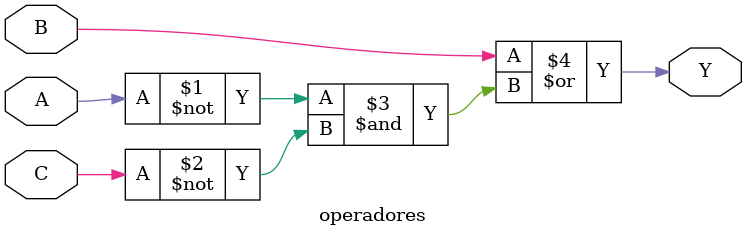
<source format=v>
module gateLevel(input wire A,B,C, output wire Y);

	wire w1, w3, w4;
	not (w1, A);
	not (w3, C);
	and (w4, w1, w3);
	or(Y, B, w4);
	
endmodule

module operadores(input wire A,B,C, output wire Y);

	assign Y= B | (~A&~C);
	
endmodule
</source>
